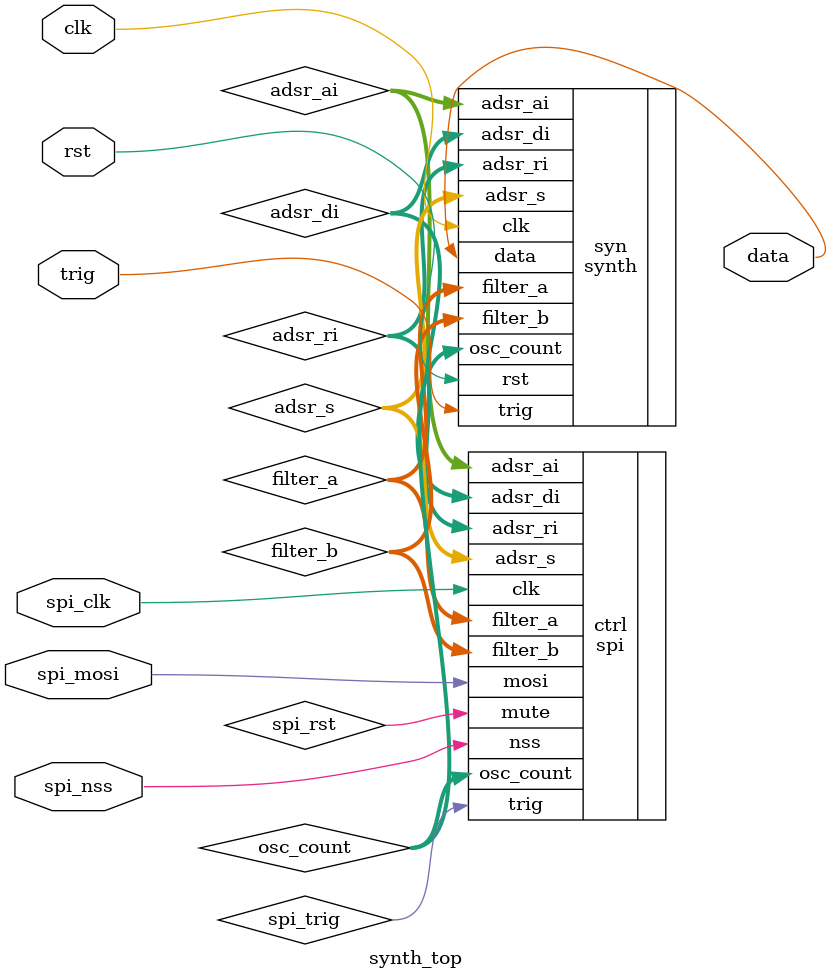
<source format=v>

module synth_top(
    // 20480000 Hz
    input clk,
    input rst,
    input trig,
    output data,
    // SPI
    input spi_clk,
    input spi_mosi,
    input spi_nss
);

    wire[7:0] adsr_ai, adsr_di, adsr_s, adsr_ri;
    wire[11:0] osc_count;
    wire[7:0] filter_a, filter_b;
    wire spi_rst, spi_trig;

    synth syn (
        .clk(clk),
        .rst(rst),
        .trig(trig),
        .adsr_ai(adsr_ai),
        .adsr_di(adsr_di),
        .adsr_s(adsr_s),
        .adsr_ri(adsr_ri),
        .osc_count(osc_count),
        .filter_a(filter_a),
        .filter_b(filter_b),
        .data(data)
    );

    spi ctrl (
        .clk(spi_clk),
        .mosi(spi_mosi),
        .nss(spi_nss),

        .adsr_ai(adsr_ai), .adsr_di(adsr_di), .adsr_s(adsr_s), .adsr_ri(adsr_ri),
        .osc_count(osc_count),
        .filter_a(filter_a), .filter_b(filter_b),
        .mute(spi_rst),
        .trig(spi_trig)
    );

endmodule
</source>
